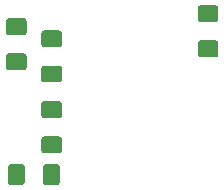
<source format=gtp>
G04 #@! TF.GenerationSoftware,KiCad,Pcbnew,5.1.4*
G04 #@! TF.CreationDate,2019-10-01T21:08:12+02:00*
G04 #@! TF.ProjectId,bluetoothkiste,626c7565-746f-46f7-9468-6b697374652e,rev?*
G04 #@! TF.SameCoordinates,Original*
G04 #@! TF.FileFunction,Paste,Top*
G04 #@! TF.FilePolarity,Positive*
%FSLAX46Y46*%
G04 Gerber Fmt 4.6, Leading zero omitted, Abs format (unit mm)*
G04 Created by KiCad (PCBNEW 5.1.4) date 2019-10-01 21:08:12*
%MOMM*%
%LPD*%
G04 APERTURE LIST*
%ADD10C,0.100000*%
%ADD11C,1.425000*%
G04 APERTURE END LIST*
D10*
G36*
X172722004Y-54156204D02*
G01*
X172746273Y-54159804D01*
X172770071Y-54165765D01*
X172793171Y-54174030D01*
X172815349Y-54184520D01*
X172836393Y-54197133D01*
X172856098Y-54211747D01*
X172874277Y-54228223D01*
X172890753Y-54246402D01*
X172905367Y-54266107D01*
X172917980Y-54287151D01*
X172928470Y-54309329D01*
X172936735Y-54332429D01*
X172942696Y-54356227D01*
X172946296Y-54380496D01*
X172947500Y-54405000D01*
X172947500Y-55655000D01*
X172946296Y-55679504D01*
X172942696Y-55703773D01*
X172936735Y-55727571D01*
X172928470Y-55750671D01*
X172917980Y-55772849D01*
X172905367Y-55793893D01*
X172890753Y-55813598D01*
X172874277Y-55831777D01*
X172856098Y-55848253D01*
X172836393Y-55862867D01*
X172815349Y-55875480D01*
X172793171Y-55885970D01*
X172770071Y-55894235D01*
X172746273Y-55900196D01*
X172722004Y-55903796D01*
X172697500Y-55905000D01*
X171772500Y-55905000D01*
X171747996Y-55903796D01*
X171723727Y-55900196D01*
X171699929Y-55894235D01*
X171676829Y-55885970D01*
X171654651Y-55875480D01*
X171633607Y-55862867D01*
X171613902Y-55848253D01*
X171595723Y-55831777D01*
X171579247Y-55813598D01*
X171564633Y-55793893D01*
X171552020Y-55772849D01*
X171541530Y-55750671D01*
X171533265Y-55727571D01*
X171527304Y-55703773D01*
X171523704Y-55679504D01*
X171522500Y-55655000D01*
X171522500Y-54405000D01*
X171523704Y-54380496D01*
X171527304Y-54356227D01*
X171533265Y-54332429D01*
X171541530Y-54309329D01*
X171552020Y-54287151D01*
X171564633Y-54266107D01*
X171579247Y-54246402D01*
X171595723Y-54228223D01*
X171613902Y-54211747D01*
X171633607Y-54197133D01*
X171654651Y-54184520D01*
X171676829Y-54174030D01*
X171699929Y-54165765D01*
X171723727Y-54159804D01*
X171747996Y-54156204D01*
X171772500Y-54155000D01*
X172697500Y-54155000D01*
X172722004Y-54156204D01*
X172722004Y-54156204D01*
G37*
D11*
X172235000Y-55030000D03*
D10*
G36*
X169747004Y-54156204D02*
G01*
X169771273Y-54159804D01*
X169795071Y-54165765D01*
X169818171Y-54174030D01*
X169840349Y-54184520D01*
X169861393Y-54197133D01*
X169881098Y-54211747D01*
X169899277Y-54228223D01*
X169915753Y-54246402D01*
X169930367Y-54266107D01*
X169942980Y-54287151D01*
X169953470Y-54309329D01*
X169961735Y-54332429D01*
X169967696Y-54356227D01*
X169971296Y-54380496D01*
X169972500Y-54405000D01*
X169972500Y-55655000D01*
X169971296Y-55679504D01*
X169967696Y-55703773D01*
X169961735Y-55727571D01*
X169953470Y-55750671D01*
X169942980Y-55772849D01*
X169930367Y-55793893D01*
X169915753Y-55813598D01*
X169899277Y-55831777D01*
X169881098Y-55848253D01*
X169861393Y-55862867D01*
X169840349Y-55875480D01*
X169818171Y-55885970D01*
X169795071Y-55894235D01*
X169771273Y-55900196D01*
X169747004Y-55903796D01*
X169722500Y-55905000D01*
X168797500Y-55905000D01*
X168772996Y-55903796D01*
X168748727Y-55900196D01*
X168724929Y-55894235D01*
X168701829Y-55885970D01*
X168679651Y-55875480D01*
X168658607Y-55862867D01*
X168638902Y-55848253D01*
X168620723Y-55831777D01*
X168604247Y-55813598D01*
X168589633Y-55793893D01*
X168577020Y-55772849D01*
X168566530Y-55750671D01*
X168558265Y-55727571D01*
X168552304Y-55703773D01*
X168548704Y-55679504D01*
X168547500Y-55655000D01*
X168547500Y-54405000D01*
X168548704Y-54380496D01*
X168552304Y-54356227D01*
X168558265Y-54332429D01*
X168566530Y-54309329D01*
X168577020Y-54287151D01*
X168589633Y-54266107D01*
X168604247Y-54246402D01*
X168620723Y-54228223D01*
X168638902Y-54211747D01*
X168658607Y-54197133D01*
X168679651Y-54184520D01*
X168701829Y-54174030D01*
X168724929Y-54165765D01*
X168748727Y-54159804D01*
X168772996Y-54156204D01*
X168797500Y-54155000D01*
X169722500Y-54155000D01*
X169747004Y-54156204D01*
X169747004Y-54156204D01*
G37*
D11*
X169260000Y-55030000D03*
D10*
G36*
X169909504Y-41801204D02*
G01*
X169933773Y-41804804D01*
X169957571Y-41810765D01*
X169980671Y-41819030D01*
X170002849Y-41829520D01*
X170023893Y-41842133D01*
X170043598Y-41856747D01*
X170061777Y-41873223D01*
X170078253Y-41891402D01*
X170092867Y-41911107D01*
X170105480Y-41932151D01*
X170115970Y-41954329D01*
X170124235Y-41977429D01*
X170130196Y-42001227D01*
X170133796Y-42025496D01*
X170135000Y-42050000D01*
X170135000Y-42975000D01*
X170133796Y-42999504D01*
X170130196Y-43023773D01*
X170124235Y-43047571D01*
X170115970Y-43070671D01*
X170105480Y-43092849D01*
X170092867Y-43113893D01*
X170078253Y-43133598D01*
X170061777Y-43151777D01*
X170043598Y-43168253D01*
X170023893Y-43182867D01*
X170002849Y-43195480D01*
X169980671Y-43205970D01*
X169957571Y-43214235D01*
X169933773Y-43220196D01*
X169909504Y-43223796D01*
X169885000Y-43225000D01*
X168635000Y-43225000D01*
X168610496Y-43223796D01*
X168586227Y-43220196D01*
X168562429Y-43214235D01*
X168539329Y-43205970D01*
X168517151Y-43195480D01*
X168496107Y-43182867D01*
X168476402Y-43168253D01*
X168458223Y-43151777D01*
X168441747Y-43133598D01*
X168427133Y-43113893D01*
X168414520Y-43092849D01*
X168404030Y-43070671D01*
X168395765Y-43047571D01*
X168389804Y-43023773D01*
X168386204Y-42999504D01*
X168385000Y-42975000D01*
X168385000Y-42050000D01*
X168386204Y-42025496D01*
X168389804Y-42001227D01*
X168395765Y-41977429D01*
X168404030Y-41954329D01*
X168414520Y-41932151D01*
X168427133Y-41911107D01*
X168441747Y-41891402D01*
X168458223Y-41873223D01*
X168476402Y-41856747D01*
X168496107Y-41842133D01*
X168517151Y-41829520D01*
X168539329Y-41819030D01*
X168562429Y-41810765D01*
X168586227Y-41804804D01*
X168610496Y-41801204D01*
X168635000Y-41800000D01*
X169885000Y-41800000D01*
X169909504Y-41801204D01*
X169909504Y-41801204D01*
G37*
D11*
X169260000Y-42512500D03*
D10*
G36*
X169909504Y-44776204D02*
G01*
X169933773Y-44779804D01*
X169957571Y-44785765D01*
X169980671Y-44794030D01*
X170002849Y-44804520D01*
X170023893Y-44817133D01*
X170043598Y-44831747D01*
X170061777Y-44848223D01*
X170078253Y-44866402D01*
X170092867Y-44886107D01*
X170105480Y-44907151D01*
X170115970Y-44929329D01*
X170124235Y-44952429D01*
X170130196Y-44976227D01*
X170133796Y-45000496D01*
X170135000Y-45025000D01*
X170135000Y-45950000D01*
X170133796Y-45974504D01*
X170130196Y-45998773D01*
X170124235Y-46022571D01*
X170115970Y-46045671D01*
X170105480Y-46067849D01*
X170092867Y-46088893D01*
X170078253Y-46108598D01*
X170061777Y-46126777D01*
X170043598Y-46143253D01*
X170023893Y-46157867D01*
X170002849Y-46170480D01*
X169980671Y-46180970D01*
X169957571Y-46189235D01*
X169933773Y-46195196D01*
X169909504Y-46198796D01*
X169885000Y-46200000D01*
X168635000Y-46200000D01*
X168610496Y-46198796D01*
X168586227Y-46195196D01*
X168562429Y-46189235D01*
X168539329Y-46180970D01*
X168517151Y-46170480D01*
X168496107Y-46157867D01*
X168476402Y-46143253D01*
X168458223Y-46126777D01*
X168441747Y-46108598D01*
X168427133Y-46088893D01*
X168414520Y-46067849D01*
X168404030Y-46045671D01*
X168395765Y-46022571D01*
X168389804Y-45998773D01*
X168386204Y-45974504D01*
X168385000Y-45950000D01*
X168385000Y-45025000D01*
X168386204Y-45000496D01*
X168389804Y-44976227D01*
X168395765Y-44952429D01*
X168404030Y-44929329D01*
X168414520Y-44907151D01*
X168427133Y-44886107D01*
X168441747Y-44866402D01*
X168458223Y-44848223D01*
X168476402Y-44831747D01*
X168496107Y-44817133D01*
X168517151Y-44804520D01*
X168539329Y-44794030D01*
X168562429Y-44785765D01*
X168586227Y-44779804D01*
X168610496Y-44776204D01*
X168635000Y-44775000D01*
X169885000Y-44775000D01*
X169909504Y-44776204D01*
X169909504Y-44776204D01*
G37*
D11*
X169260000Y-45487500D03*
D10*
G36*
X172909504Y-51806204D02*
G01*
X172933773Y-51809804D01*
X172957571Y-51815765D01*
X172980671Y-51824030D01*
X173002849Y-51834520D01*
X173023893Y-51847133D01*
X173043598Y-51861747D01*
X173061777Y-51878223D01*
X173078253Y-51896402D01*
X173092867Y-51916107D01*
X173105480Y-51937151D01*
X173115970Y-51959329D01*
X173124235Y-51982429D01*
X173130196Y-52006227D01*
X173133796Y-52030496D01*
X173135000Y-52055000D01*
X173135000Y-52980000D01*
X173133796Y-53004504D01*
X173130196Y-53028773D01*
X173124235Y-53052571D01*
X173115970Y-53075671D01*
X173105480Y-53097849D01*
X173092867Y-53118893D01*
X173078253Y-53138598D01*
X173061777Y-53156777D01*
X173043598Y-53173253D01*
X173023893Y-53187867D01*
X173002849Y-53200480D01*
X172980671Y-53210970D01*
X172957571Y-53219235D01*
X172933773Y-53225196D01*
X172909504Y-53228796D01*
X172885000Y-53230000D01*
X171635000Y-53230000D01*
X171610496Y-53228796D01*
X171586227Y-53225196D01*
X171562429Y-53219235D01*
X171539329Y-53210970D01*
X171517151Y-53200480D01*
X171496107Y-53187867D01*
X171476402Y-53173253D01*
X171458223Y-53156777D01*
X171441747Y-53138598D01*
X171427133Y-53118893D01*
X171414520Y-53097849D01*
X171404030Y-53075671D01*
X171395765Y-53052571D01*
X171389804Y-53028773D01*
X171386204Y-53004504D01*
X171385000Y-52980000D01*
X171385000Y-52055000D01*
X171386204Y-52030496D01*
X171389804Y-52006227D01*
X171395765Y-51982429D01*
X171404030Y-51959329D01*
X171414520Y-51937151D01*
X171427133Y-51916107D01*
X171441747Y-51896402D01*
X171458223Y-51878223D01*
X171476402Y-51861747D01*
X171496107Y-51847133D01*
X171517151Y-51834520D01*
X171539329Y-51824030D01*
X171562429Y-51815765D01*
X171586227Y-51809804D01*
X171610496Y-51806204D01*
X171635000Y-51805000D01*
X172885000Y-51805000D01*
X172909504Y-51806204D01*
X172909504Y-51806204D01*
G37*
D11*
X172260000Y-52517500D03*
D10*
G36*
X172909504Y-48831204D02*
G01*
X172933773Y-48834804D01*
X172957571Y-48840765D01*
X172980671Y-48849030D01*
X173002849Y-48859520D01*
X173023893Y-48872133D01*
X173043598Y-48886747D01*
X173061777Y-48903223D01*
X173078253Y-48921402D01*
X173092867Y-48941107D01*
X173105480Y-48962151D01*
X173115970Y-48984329D01*
X173124235Y-49007429D01*
X173130196Y-49031227D01*
X173133796Y-49055496D01*
X173135000Y-49080000D01*
X173135000Y-50005000D01*
X173133796Y-50029504D01*
X173130196Y-50053773D01*
X173124235Y-50077571D01*
X173115970Y-50100671D01*
X173105480Y-50122849D01*
X173092867Y-50143893D01*
X173078253Y-50163598D01*
X173061777Y-50181777D01*
X173043598Y-50198253D01*
X173023893Y-50212867D01*
X173002849Y-50225480D01*
X172980671Y-50235970D01*
X172957571Y-50244235D01*
X172933773Y-50250196D01*
X172909504Y-50253796D01*
X172885000Y-50255000D01*
X171635000Y-50255000D01*
X171610496Y-50253796D01*
X171586227Y-50250196D01*
X171562429Y-50244235D01*
X171539329Y-50235970D01*
X171517151Y-50225480D01*
X171496107Y-50212867D01*
X171476402Y-50198253D01*
X171458223Y-50181777D01*
X171441747Y-50163598D01*
X171427133Y-50143893D01*
X171414520Y-50122849D01*
X171404030Y-50100671D01*
X171395765Y-50077571D01*
X171389804Y-50053773D01*
X171386204Y-50029504D01*
X171385000Y-50005000D01*
X171385000Y-49080000D01*
X171386204Y-49055496D01*
X171389804Y-49031227D01*
X171395765Y-49007429D01*
X171404030Y-48984329D01*
X171414520Y-48962151D01*
X171427133Y-48941107D01*
X171441747Y-48921402D01*
X171458223Y-48903223D01*
X171476402Y-48886747D01*
X171496107Y-48872133D01*
X171517151Y-48859520D01*
X171539329Y-48849030D01*
X171562429Y-48840765D01*
X171586227Y-48834804D01*
X171610496Y-48831204D01*
X171635000Y-48830000D01*
X172885000Y-48830000D01*
X172909504Y-48831204D01*
X172909504Y-48831204D01*
G37*
D11*
X172260000Y-49542500D03*
D10*
G36*
X172909504Y-42831204D02*
G01*
X172933773Y-42834804D01*
X172957571Y-42840765D01*
X172980671Y-42849030D01*
X173002849Y-42859520D01*
X173023893Y-42872133D01*
X173043598Y-42886747D01*
X173061777Y-42903223D01*
X173078253Y-42921402D01*
X173092867Y-42941107D01*
X173105480Y-42962151D01*
X173115970Y-42984329D01*
X173124235Y-43007429D01*
X173130196Y-43031227D01*
X173133796Y-43055496D01*
X173135000Y-43080000D01*
X173135000Y-44005000D01*
X173133796Y-44029504D01*
X173130196Y-44053773D01*
X173124235Y-44077571D01*
X173115970Y-44100671D01*
X173105480Y-44122849D01*
X173092867Y-44143893D01*
X173078253Y-44163598D01*
X173061777Y-44181777D01*
X173043598Y-44198253D01*
X173023893Y-44212867D01*
X173002849Y-44225480D01*
X172980671Y-44235970D01*
X172957571Y-44244235D01*
X172933773Y-44250196D01*
X172909504Y-44253796D01*
X172885000Y-44255000D01*
X171635000Y-44255000D01*
X171610496Y-44253796D01*
X171586227Y-44250196D01*
X171562429Y-44244235D01*
X171539329Y-44235970D01*
X171517151Y-44225480D01*
X171496107Y-44212867D01*
X171476402Y-44198253D01*
X171458223Y-44181777D01*
X171441747Y-44163598D01*
X171427133Y-44143893D01*
X171414520Y-44122849D01*
X171404030Y-44100671D01*
X171395765Y-44077571D01*
X171389804Y-44053773D01*
X171386204Y-44029504D01*
X171385000Y-44005000D01*
X171385000Y-43080000D01*
X171386204Y-43055496D01*
X171389804Y-43031227D01*
X171395765Y-43007429D01*
X171404030Y-42984329D01*
X171414520Y-42962151D01*
X171427133Y-42941107D01*
X171441747Y-42921402D01*
X171458223Y-42903223D01*
X171476402Y-42886747D01*
X171496107Y-42872133D01*
X171517151Y-42859520D01*
X171539329Y-42849030D01*
X171562429Y-42840765D01*
X171586227Y-42834804D01*
X171610496Y-42831204D01*
X171635000Y-42830000D01*
X172885000Y-42830000D01*
X172909504Y-42831204D01*
X172909504Y-42831204D01*
G37*
D11*
X172260000Y-43542500D03*
D10*
G36*
X172909504Y-45806204D02*
G01*
X172933773Y-45809804D01*
X172957571Y-45815765D01*
X172980671Y-45824030D01*
X173002849Y-45834520D01*
X173023893Y-45847133D01*
X173043598Y-45861747D01*
X173061777Y-45878223D01*
X173078253Y-45896402D01*
X173092867Y-45916107D01*
X173105480Y-45937151D01*
X173115970Y-45959329D01*
X173124235Y-45982429D01*
X173130196Y-46006227D01*
X173133796Y-46030496D01*
X173135000Y-46055000D01*
X173135000Y-46980000D01*
X173133796Y-47004504D01*
X173130196Y-47028773D01*
X173124235Y-47052571D01*
X173115970Y-47075671D01*
X173105480Y-47097849D01*
X173092867Y-47118893D01*
X173078253Y-47138598D01*
X173061777Y-47156777D01*
X173043598Y-47173253D01*
X173023893Y-47187867D01*
X173002849Y-47200480D01*
X172980671Y-47210970D01*
X172957571Y-47219235D01*
X172933773Y-47225196D01*
X172909504Y-47228796D01*
X172885000Y-47230000D01*
X171635000Y-47230000D01*
X171610496Y-47228796D01*
X171586227Y-47225196D01*
X171562429Y-47219235D01*
X171539329Y-47210970D01*
X171517151Y-47200480D01*
X171496107Y-47187867D01*
X171476402Y-47173253D01*
X171458223Y-47156777D01*
X171441747Y-47138598D01*
X171427133Y-47118893D01*
X171414520Y-47097849D01*
X171404030Y-47075671D01*
X171395765Y-47052571D01*
X171389804Y-47028773D01*
X171386204Y-47004504D01*
X171385000Y-46980000D01*
X171385000Y-46055000D01*
X171386204Y-46030496D01*
X171389804Y-46006227D01*
X171395765Y-45982429D01*
X171404030Y-45959329D01*
X171414520Y-45937151D01*
X171427133Y-45916107D01*
X171441747Y-45896402D01*
X171458223Y-45878223D01*
X171476402Y-45861747D01*
X171496107Y-45847133D01*
X171517151Y-45834520D01*
X171539329Y-45824030D01*
X171562429Y-45815765D01*
X171586227Y-45809804D01*
X171610496Y-45806204D01*
X171635000Y-45805000D01*
X172885000Y-45805000D01*
X172909504Y-45806204D01*
X172909504Y-45806204D01*
G37*
D11*
X172260000Y-46517500D03*
D10*
G36*
X186149504Y-40701204D02*
G01*
X186173773Y-40704804D01*
X186197571Y-40710765D01*
X186220671Y-40719030D01*
X186242849Y-40729520D01*
X186263893Y-40742133D01*
X186283598Y-40756747D01*
X186301777Y-40773223D01*
X186318253Y-40791402D01*
X186332867Y-40811107D01*
X186345480Y-40832151D01*
X186355970Y-40854329D01*
X186364235Y-40877429D01*
X186370196Y-40901227D01*
X186373796Y-40925496D01*
X186375000Y-40950000D01*
X186375000Y-41875000D01*
X186373796Y-41899504D01*
X186370196Y-41923773D01*
X186364235Y-41947571D01*
X186355970Y-41970671D01*
X186345480Y-41992849D01*
X186332867Y-42013893D01*
X186318253Y-42033598D01*
X186301777Y-42051777D01*
X186283598Y-42068253D01*
X186263893Y-42082867D01*
X186242849Y-42095480D01*
X186220671Y-42105970D01*
X186197571Y-42114235D01*
X186173773Y-42120196D01*
X186149504Y-42123796D01*
X186125000Y-42125000D01*
X184875000Y-42125000D01*
X184850496Y-42123796D01*
X184826227Y-42120196D01*
X184802429Y-42114235D01*
X184779329Y-42105970D01*
X184757151Y-42095480D01*
X184736107Y-42082867D01*
X184716402Y-42068253D01*
X184698223Y-42051777D01*
X184681747Y-42033598D01*
X184667133Y-42013893D01*
X184654520Y-41992849D01*
X184644030Y-41970671D01*
X184635765Y-41947571D01*
X184629804Y-41923773D01*
X184626204Y-41899504D01*
X184625000Y-41875000D01*
X184625000Y-40950000D01*
X184626204Y-40925496D01*
X184629804Y-40901227D01*
X184635765Y-40877429D01*
X184644030Y-40854329D01*
X184654520Y-40832151D01*
X184667133Y-40811107D01*
X184681747Y-40791402D01*
X184698223Y-40773223D01*
X184716402Y-40756747D01*
X184736107Y-40742133D01*
X184757151Y-40729520D01*
X184779329Y-40719030D01*
X184802429Y-40710765D01*
X184826227Y-40704804D01*
X184850496Y-40701204D01*
X184875000Y-40700000D01*
X186125000Y-40700000D01*
X186149504Y-40701204D01*
X186149504Y-40701204D01*
G37*
D11*
X185500000Y-41412500D03*
D10*
G36*
X186149504Y-43676204D02*
G01*
X186173773Y-43679804D01*
X186197571Y-43685765D01*
X186220671Y-43694030D01*
X186242849Y-43704520D01*
X186263893Y-43717133D01*
X186283598Y-43731747D01*
X186301777Y-43748223D01*
X186318253Y-43766402D01*
X186332867Y-43786107D01*
X186345480Y-43807151D01*
X186355970Y-43829329D01*
X186364235Y-43852429D01*
X186370196Y-43876227D01*
X186373796Y-43900496D01*
X186375000Y-43925000D01*
X186375000Y-44850000D01*
X186373796Y-44874504D01*
X186370196Y-44898773D01*
X186364235Y-44922571D01*
X186355970Y-44945671D01*
X186345480Y-44967849D01*
X186332867Y-44988893D01*
X186318253Y-45008598D01*
X186301777Y-45026777D01*
X186283598Y-45043253D01*
X186263893Y-45057867D01*
X186242849Y-45070480D01*
X186220671Y-45080970D01*
X186197571Y-45089235D01*
X186173773Y-45095196D01*
X186149504Y-45098796D01*
X186125000Y-45100000D01*
X184875000Y-45100000D01*
X184850496Y-45098796D01*
X184826227Y-45095196D01*
X184802429Y-45089235D01*
X184779329Y-45080970D01*
X184757151Y-45070480D01*
X184736107Y-45057867D01*
X184716402Y-45043253D01*
X184698223Y-45026777D01*
X184681747Y-45008598D01*
X184667133Y-44988893D01*
X184654520Y-44967849D01*
X184644030Y-44945671D01*
X184635765Y-44922571D01*
X184629804Y-44898773D01*
X184626204Y-44874504D01*
X184625000Y-44850000D01*
X184625000Y-43925000D01*
X184626204Y-43900496D01*
X184629804Y-43876227D01*
X184635765Y-43852429D01*
X184644030Y-43829329D01*
X184654520Y-43807151D01*
X184667133Y-43786107D01*
X184681747Y-43766402D01*
X184698223Y-43748223D01*
X184716402Y-43731747D01*
X184736107Y-43717133D01*
X184757151Y-43704520D01*
X184779329Y-43694030D01*
X184802429Y-43685765D01*
X184826227Y-43679804D01*
X184850496Y-43676204D01*
X184875000Y-43675000D01*
X186125000Y-43675000D01*
X186149504Y-43676204D01*
X186149504Y-43676204D01*
G37*
D11*
X185500000Y-44387500D03*
M02*

</source>
